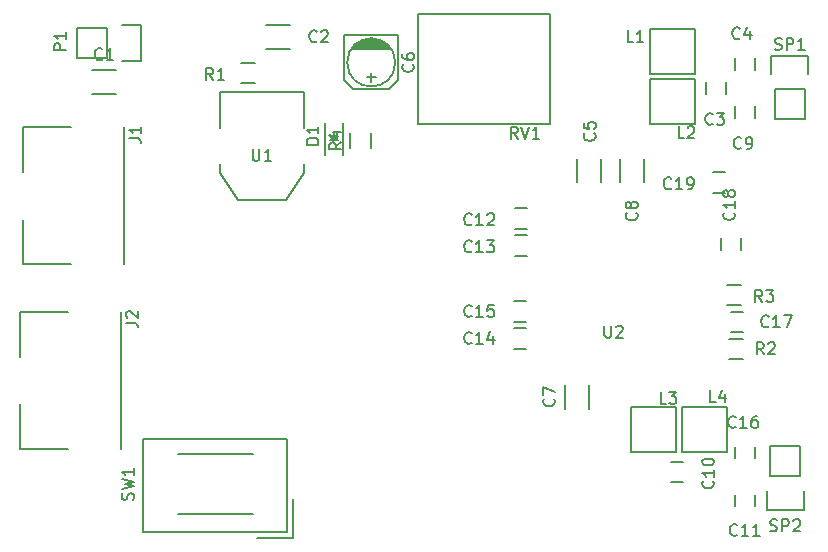
<source format=gbr>
G04 #@! TF.FileFunction,Legend,Top*
%FSLAX46Y46*%
G04 Gerber Fmt 4.6, Leading zero omitted, Abs format (unit mm)*
G04 Created by KiCad (PCBNEW 4.0.1-2.201512121406+6195~38~ubuntu14.04.1-stable) date Sun 03 Jul 2016 07:38:07 PM CEST*
%MOMM*%
G01*
G04 APERTURE LIST*
%ADD10C,0.100000*%
%ADD11C,0.150000*%
%ADD12C,0.127000*%
G04 APERTURE END LIST*
D10*
D11*
X102727000Y-87240000D02*
X100727000Y-87240000D01*
X100727000Y-89290000D02*
X102727000Y-89290000D01*
X115459000Y-85480000D02*
X117459000Y-85480000D01*
X117459000Y-83430000D02*
X115459000Y-83430000D01*
X152693000Y-88273000D02*
X152693000Y-89273000D01*
X154393000Y-89273000D02*
X154393000Y-88273000D01*
X156806000Y-87241000D02*
X156806000Y-86241000D01*
X155106000Y-86241000D02*
X155106000Y-87241000D01*
X143773000Y-96758000D02*
X143773000Y-94758000D01*
X141723000Y-94758000D02*
X141723000Y-96758000D01*
X124333000Y-88265000D02*
X124333000Y-87503000D01*
X124714000Y-87884000D02*
X123952000Y-87884000D01*
X122047000Y-88138000D02*
X122047000Y-84328000D01*
X125857000Y-88900000D02*
X122809000Y-88900000D01*
X122047000Y-88138000D02*
X122809000Y-88900000D01*
X126619000Y-88138000D02*
X126619000Y-84328000D01*
X126619000Y-88138000D02*
X125857000Y-88900000D01*
X124206000Y-84582000D02*
X124460000Y-84582000D01*
X124968000Y-84709000D02*
X123698000Y-84709000D01*
X123444000Y-84836000D02*
X125222000Y-84836000D01*
X123190000Y-84963000D02*
X125476000Y-84963000D01*
X125603000Y-85090000D02*
X123063000Y-85090000D01*
X122936000Y-85217000D02*
X125730000Y-85217000D01*
X125857000Y-85344000D02*
X122809000Y-85344000D01*
X125984000Y-85471000D02*
X122682000Y-85471000D01*
X126619000Y-84328000D02*
X122047000Y-84328000D01*
X126365000Y-86614000D02*
G75*
G03X126365000Y-86614000I-2032000J0D01*
G01*
X140707000Y-113935000D02*
X140707000Y-115935000D01*
X142757000Y-115935000D02*
X142757000Y-113935000D01*
X147456000Y-96758000D02*
X147456000Y-94758000D01*
X145406000Y-94758000D02*
X145406000Y-96758000D01*
X155106000Y-90305000D02*
X155106000Y-91305000D01*
X156806000Y-91305000D02*
X156806000Y-90305000D01*
X149741000Y-122135000D02*
X150741000Y-122135000D01*
X150741000Y-120435000D02*
X149741000Y-120435000D01*
X156806000Y-124198000D02*
X156806000Y-123198000D01*
X155106000Y-123198000D02*
X155106000Y-124198000D01*
X136533000Y-100672000D02*
X137533000Y-100672000D01*
X137533000Y-98972000D02*
X136533000Y-98972000D01*
X136533000Y-102958000D02*
X137533000Y-102958000D01*
X137533000Y-101258000D02*
X136533000Y-101258000D01*
X136406000Y-110832000D02*
X137406000Y-110832000D01*
X137406000Y-109132000D02*
X136406000Y-109132000D01*
X136406000Y-108546000D02*
X137406000Y-108546000D01*
X137406000Y-106846000D02*
X136406000Y-106846000D01*
X155106000Y-119134000D02*
X155106000Y-120134000D01*
X156806000Y-120134000D02*
X156806000Y-119134000D01*
X155821000Y-107735000D02*
X154821000Y-107735000D01*
X154821000Y-109435000D02*
X155821000Y-109435000D01*
X155663000Y-102481000D02*
X155663000Y-101481000D01*
X153963000Y-101481000D02*
X153963000Y-102481000D01*
X153297000Y-97624000D02*
X154297000Y-97624000D01*
X154297000Y-95924000D02*
X153297000Y-95924000D01*
D12*
X147955000Y-83820000D02*
X151765000Y-83820000D01*
X151765000Y-83820000D02*
X151765000Y-87630000D01*
X151765000Y-87630000D02*
X147955000Y-87630000D01*
X147955000Y-87630000D02*
X147955000Y-83820000D01*
X151765000Y-91821000D02*
X147955000Y-91821000D01*
X147955000Y-91821000D02*
X147955000Y-88011000D01*
X147955000Y-88011000D02*
X151765000Y-88011000D01*
X151765000Y-88011000D02*
X151765000Y-91821000D01*
X146304000Y-119634000D02*
X146304000Y-115824000D01*
X146304000Y-115824000D02*
X150114000Y-115824000D01*
X150114000Y-115824000D02*
X150114000Y-119634000D01*
X150114000Y-119634000D02*
X146304000Y-119634000D01*
X154432000Y-115824000D02*
X154432000Y-119634000D01*
X154432000Y-119634000D02*
X150622000Y-119634000D01*
X150622000Y-119634000D02*
X150622000Y-115824000D01*
X150622000Y-115824000D02*
X154432000Y-115824000D01*
D11*
X101981000Y-86233000D02*
X99441000Y-86233000D01*
X104801000Y-86513000D02*
X103251000Y-86513000D01*
X101981000Y-86233000D02*
X101981000Y-83693000D01*
X103251000Y-83413000D02*
X104801000Y-83413000D01*
X104801000Y-83413000D02*
X104801000Y-86513000D01*
X101981000Y-83693000D02*
X99441000Y-83693000D01*
X99441000Y-83693000D02*
X99441000Y-86233000D01*
X113319000Y-86628000D02*
X114519000Y-86628000D01*
X114519000Y-88378000D02*
X113319000Y-88378000D01*
X154594000Y-109996000D02*
X155794000Y-109996000D01*
X155794000Y-111746000D02*
X154594000Y-111746000D01*
X155667000Y-107174000D02*
X154467000Y-107174000D01*
X154467000Y-105424000D02*
X155667000Y-105424000D01*
D12*
X128258000Y-91806000D02*
X139458000Y-91806000D01*
X139458000Y-91806000D02*
X139458000Y-82506000D01*
X139458000Y-82506000D02*
X128258000Y-82506000D01*
X128258000Y-82506000D02*
X128258000Y-91806000D01*
D11*
X161036000Y-88900000D02*
X161036000Y-91440000D01*
X161316000Y-86080000D02*
X161316000Y-87630000D01*
X161036000Y-88900000D02*
X158496000Y-88900000D01*
X158216000Y-87630000D02*
X158216000Y-86080000D01*
X158216000Y-86080000D02*
X161316000Y-86080000D01*
X158496000Y-88900000D02*
X158496000Y-91440000D01*
X158496000Y-91440000D02*
X161036000Y-91440000D01*
X158115000Y-121666000D02*
X158115000Y-119126000D01*
X157835000Y-124486000D02*
X157835000Y-122936000D01*
X158115000Y-121666000D02*
X160655000Y-121666000D01*
X160935000Y-122936000D02*
X160935000Y-124486000D01*
X160935000Y-124486000D02*
X157835000Y-124486000D01*
X160655000Y-121666000D02*
X160655000Y-119126000D01*
X160655000Y-119126000D02*
X158115000Y-119126000D01*
D12*
X114300000Y-119761000D02*
X107950000Y-119761000D01*
X114300000Y-124841000D02*
X107950000Y-124841000D01*
D11*
X117729000Y-123571000D02*
X117729000Y-126873000D01*
X117729000Y-126873000D02*
X114681000Y-126873000D01*
X117221000Y-118491000D02*
X117221000Y-126365000D01*
X117221000Y-126365000D02*
X105029000Y-126365000D01*
X105029000Y-126365000D02*
X105029000Y-118491000D01*
X105029000Y-118491000D02*
X117221000Y-118491000D01*
X118618000Y-92202000D02*
X118618000Y-89154000D01*
X118618000Y-89154000D02*
X111506000Y-89154000D01*
X111506000Y-89154000D02*
X111506000Y-92202000D01*
X118618000Y-95250000D02*
X118618000Y-96012000D01*
X118618000Y-96012000D02*
X117094000Y-98298000D01*
X117094000Y-98298000D02*
X113030000Y-98298000D01*
X113030000Y-98298000D02*
X111506000Y-96012000D01*
X111506000Y-96012000D02*
X111506000Y-95250000D01*
X121908000Y-94437000D02*
X121908000Y-91737000D01*
X120408000Y-94437000D02*
X120408000Y-91737000D01*
X121308000Y-92937000D02*
X121058000Y-92937000D01*
X121058000Y-92937000D02*
X121208000Y-93087000D01*
X120808000Y-93187000D02*
X121508000Y-93187000D01*
X121158000Y-92837000D02*
X121158000Y-92487000D01*
X121158000Y-93187000D02*
X120808000Y-92837000D01*
X120808000Y-92837000D02*
X121508000Y-92837000D01*
X121508000Y-92837000D02*
X121158000Y-93187000D01*
X124319000Y-92618000D02*
X124319000Y-93818000D01*
X122569000Y-93818000D02*
X122569000Y-92618000D01*
D12*
X94893000Y-95917000D02*
X94893000Y-92117000D01*
X94893000Y-103717000D02*
X94893000Y-99917000D01*
X98893000Y-103717000D02*
X94893000Y-103717000D01*
X103393000Y-103717000D02*
X103393000Y-92117000D01*
X98893000Y-92117000D02*
X94893000Y-92117000D01*
X94639000Y-111538000D02*
X94639000Y-107738000D01*
X94639000Y-119338000D02*
X94639000Y-115538000D01*
X98639000Y-119338000D02*
X94639000Y-119338000D01*
X103139000Y-119338000D02*
X103139000Y-107738000D01*
X98639000Y-107738000D02*
X94639000Y-107738000D01*
D11*
X101560334Y-86322143D02*
X101512715Y-86369762D01*
X101369858Y-86417381D01*
X101274620Y-86417381D01*
X101131762Y-86369762D01*
X101036524Y-86274524D01*
X100988905Y-86179286D01*
X100941286Y-85988810D01*
X100941286Y-85845952D01*
X100988905Y-85655476D01*
X101036524Y-85560238D01*
X101131762Y-85465000D01*
X101274620Y-85417381D01*
X101369858Y-85417381D01*
X101512715Y-85465000D01*
X101560334Y-85512619D01*
X102512715Y-86417381D02*
X101941286Y-86417381D01*
X102227000Y-86417381D02*
X102227000Y-85417381D01*
X102131762Y-85560238D01*
X102036524Y-85655476D01*
X101941286Y-85703095D01*
X119721334Y-84812143D02*
X119673715Y-84859762D01*
X119530858Y-84907381D01*
X119435620Y-84907381D01*
X119292762Y-84859762D01*
X119197524Y-84764524D01*
X119149905Y-84669286D01*
X119102286Y-84478810D01*
X119102286Y-84335952D01*
X119149905Y-84145476D01*
X119197524Y-84050238D01*
X119292762Y-83955000D01*
X119435620Y-83907381D01*
X119530858Y-83907381D01*
X119673715Y-83955000D01*
X119721334Y-84002619D01*
X120102286Y-84002619D02*
X120149905Y-83955000D01*
X120245143Y-83907381D01*
X120483239Y-83907381D01*
X120578477Y-83955000D01*
X120626096Y-84002619D01*
X120673715Y-84097857D01*
X120673715Y-84193095D01*
X120626096Y-84335952D01*
X120054667Y-84907381D01*
X120673715Y-84907381D01*
X153249334Y-91797143D02*
X153201715Y-91844762D01*
X153058858Y-91892381D01*
X152963620Y-91892381D01*
X152820762Y-91844762D01*
X152725524Y-91749524D01*
X152677905Y-91654286D01*
X152630286Y-91463810D01*
X152630286Y-91320952D01*
X152677905Y-91130476D01*
X152725524Y-91035238D01*
X152820762Y-90940000D01*
X152963620Y-90892381D01*
X153058858Y-90892381D01*
X153201715Y-90940000D01*
X153249334Y-90987619D01*
X153582667Y-90892381D02*
X154201715Y-90892381D01*
X153868381Y-91273333D01*
X154011239Y-91273333D01*
X154106477Y-91320952D01*
X154154096Y-91368571D01*
X154201715Y-91463810D01*
X154201715Y-91701905D01*
X154154096Y-91797143D01*
X154106477Y-91844762D01*
X154011239Y-91892381D01*
X153725524Y-91892381D01*
X153630286Y-91844762D01*
X153582667Y-91797143D01*
X155535334Y-84558143D02*
X155487715Y-84605762D01*
X155344858Y-84653381D01*
X155249620Y-84653381D01*
X155106762Y-84605762D01*
X155011524Y-84510524D01*
X154963905Y-84415286D01*
X154916286Y-84224810D01*
X154916286Y-84081952D01*
X154963905Y-83891476D01*
X155011524Y-83796238D01*
X155106762Y-83701000D01*
X155249620Y-83653381D01*
X155344858Y-83653381D01*
X155487715Y-83701000D01*
X155535334Y-83748619D01*
X156392477Y-83986714D02*
X156392477Y-84653381D01*
X156154381Y-83605762D02*
X155916286Y-84320048D01*
X156535334Y-84320048D01*
X143232143Y-92622666D02*
X143279762Y-92670285D01*
X143327381Y-92813142D01*
X143327381Y-92908380D01*
X143279762Y-93051238D01*
X143184524Y-93146476D01*
X143089286Y-93194095D01*
X142898810Y-93241714D01*
X142755952Y-93241714D01*
X142565476Y-93194095D01*
X142470238Y-93146476D01*
X142375000Y-93051238D01*
X142327381Y-92908380D01*
X142327381Y-92813142D01*
X142375000Y-92670285D01*
X142422619Y-92622666D01*
X142327381Y-91717904D02*
X142327381Y-92194095D01*
X142803571Y-92241714D01*
X142755952Y-92194095D01*
X142708333Y-92098857D01*
X142708333Y-91860761D01*
X142755952Y-91765523D01*
X142803571Y-91717904D01*
X142898810Y-91670285D01*
X143136905Y-91670285D01*
X143232143Y-91717904D01*
X143279762Y-91765523D01*
X143327381Y-91860761D01*
X143327381Y-92098857D01*
X143279762Y-92194095D01*
X143232143Y-92241714D01*
X127865143Y-86780666D02*
X127912762Y-86828285D01*
X127960381Y-86971142D01*
X127960381Y-87066380D01*
X127912762Y-87209238D01*
X127817524Y-87304476D01*
X127722286Y-87352095D01*
X127531810Y-87399714D01*
X127388952Y-87399714D01*
X127198476Y-87352095D01*
X127103238Y-87304476D01*
X127008000Y-87209238D01*
X126960381Y-87066380D01*
X126960381Y-86971142D01*
X127008000Y-86828285D01*
X127055619Y-86780666D01*
X126960381Y-85923523D02*
X126960381Y-86114000D01*
X127008000Y-86209238D01*
X127055619Y-86256857D01*
X127198476Y-86352095D01*
X127388952Y-86399714D01*
X127769905Y-86399714D01*
X127865143Y-86352095D01*
X127912762Y-86304476D01*
X127960381Y-86209238D01*
X127960381Y-86018761D01*
X127912762Y-85923523D01*
X127865143Y-85875904D01*
X127769905Y-85828285D01*
X127531810Y-85828285D01*
X127436571Y-85875904D01*
X127388952Y-85923523D01*
X127341333Y-86018761D01*
X127341333Y-86209238D01*
X127388952Y-86304476D01*
X127436571Y-86352095D01*
X127531810Y-86399714D01*
X139789143Y-115101666D02*
X139836762Y-115149285D01*
X139884381Y-115292142D01*
X139884381Y-115387380D01*
X139836762Y-115530238D01*
X139741524Y-115625476D01*
X139646286Y-115673095D01*
X139455810Y-115720714D01*
X139312952Y-115720714D01*
X139122476Y-115673095D01*
X139027238Y-115625476D01*
X138932000Y-115530238D01*
X138884381Y-115387380D01*
X138884381Y-115292142D01*
X138932000Y-115149285D01*
X138979619Y-115101666D01*
X138884381Y-114768333D02*
X138884381Y-114101666D01*
X139884381Y-114530238D01*
X146788143Y-99353666D02*
X146835762Y-99401285D01*
X146883381Y-99544142D01*
X146883381Y-99639380D01*
X146835762Y-99782238D01*
X146740524Y-99877476D01*
X146645286Y-99925095D01*
X146454810Y-99972714D01*
X146311952Y-99972714D01*
X146121476Y-99925095D01*
X146026238Y-99877476D01*
X145931000Y-99782238D01*
X145883381Y-99639380D01*
X145883381Y-99544142D01*
X145931000Y-99401285D01*
X145978619Y-99353666D01*
X146311952Y-98782238D02*
X146264333Y-98877476D01*
X146216714Y-98925095D01*
X146121476Y-98972714D01*
X146073857Y-98972714D01*
X145978619Y-98925095D01*
X145931000Y-98877476D01*
X145883381Y-98782238D01*
X145883381Y-98591761D01*
X145931000Y-98496523D01*
X145978619Y-98448904D01*
X146073857Y-98401285D01*
X146121476Y-98401285D01*
X146216714Y-98448904D01*
X146264333Y-98496523D01*
X146311952Y-98591761D01*
X146311952Y-98782238D01*
X146359571Y-98877476D01*
X146407190Y-98925095D01*
X146502429Y-98972714D01*
X146692905Y-98972714D01*
X146788143Y-98925095D01*
X146835762Y-98877476D01*
X146883381Y-98782238D01*
X146883381Y-98591761D01*
X146835762Y-98496523D01*
X146788143Y-98448904D01*
X146692905Y-98401285D01*
X146502429Y-98401285D01*
X146407190Y-98448904D01*
X146359571Y-98496523D01*
X146311952Y-98591761D01*
X155662334Y-93829143D02*
X155614715Y-93876762D01*
X155471858Y-93924381D01*
X155376620Y-93924381D01*
X155233762Y-93876762D01*
X155138524Y-93781524D01*
X155090905Y-93686286D01*
X155043286Y-93495810D01*
X155043286Y-93352952D01*
X155090905Y-93162476D01*
X155138524Y-93067238D01*
X155233762Y-92972000D01*
X155376620Y-92924381D01*
X155471858Y-92924381D01*
X155614715Y-92972000D01*
X155662334Y-93019619D01*
X156138524Y-93924381D02*
X156329000Y-93924381D01*
X156424239Y-93876762D01*
X156471858Y-93829143D01*
X156567096Y-93686286D01*
X156614715Y-93495810D01*
X156614715Y-93114857D01*
X156567096Y-93019619D01*
X156519477Y-92972000D01*
X156424239Y-92924381D01*
X156233762Y-92924381D01*
X156138524Y-92972000D01*
X156090905Y-93019619D01*
X156043286Y-93114857D01*
X156043286Y-93352952D01*
X156090905Y-93448190D01*
X156138524Y-93495810D01*
X156233762Y-93543429D01*
X156424239Y-93543429D01*
X156519477Y-93495810D01*
X156567096Y-93448190D01*
X156614715Y-93352952D01*
X153265143Y-122054857D02*
X153312762Y-122102476D01*
X153360381Y-122245333D01*
X153360381Y-122340571D01*
X153312762Y-122483429D01*
X153217524Y-122578667D01*
X153122286Y-122626286D01*
X152931810Y-122673905D01*
X152788952Y-122673905D01*
X152598476Y-122626286D01*
X152503238Y-122578667D01*
X152408000Y-122483429D01*
X152360381Y-122340571D01*
X152360381Y-122245333D01*
X152408000Y-122102476D01*
X152455619Y-122054857D01*
X153360381Y-121102476D02*
X153360381Y-121673905D01*
X153360381Y-121388191D02*
X152360381Y-121388191D01*
X152503238Y-121483429D01*
X152598476Y-121578667D01*
X152646095Y-121673905D01*
X152360381Y-120483429D02*
X152360381Y-120388190D01*
X152408000Y-120292952D01*
X152455619Y-120245333D01*
X152550857Y-120197714D01*
X152741333Y-120150095D01*
X152979429Y-120150095D01*
X153169905Y-120197714D01*
X153265143Y-120245333D01*
X153312762Y-120292952D01*
X153360381Y-120388190D01*
X153360381Y-120483429D01*
X153312762Y-120578667D01*
X153265143Y-120626286D01*
X153169905Y-120673905D01*
X152979429Y-120721524D01*
X152741333Y-120721524D01*
X152550857Y-120673905D01*
X152455619Y-120626286D01*
X152408000Y-120578667D01*
X152360381Y-120483429D01*
X155313143Y-126595143D02*
X155265524Y-126642762D01*
X155122667Y-126690381D01*
X155027429Y-126690381D01*
X154884571Y-126642762D01*
X154789333Y-126547524D01*
X154741714Y-126452286D01*
X154694095Y-126261810D01*
X154694095Y-126118952D01*
X154741714Y-125928476D01*
X154789333Y-125833238D01*
X154884571Y-125738000D01*
X155027429Y-125690381D01*
X155122667Y-125690381D01*
X155265524Y-125738000D01*
X155313143Y-125785619D01*
X156265524Y-126690381D02*
X155694095Y-126690381D01*
X155979809Y-126690381D02*
X155979809Y-125690381D01*
X155884571Y-125833238D01*
X155789333Y-125928476D01*
X155694095Y-125976095D01*
X157217905Y-126690381D02*
X156646476Y-126690381D01*
X156932190Y-126690381D02*
X156932190Y-125690381D01*
X156836952Y-125833238D01*
X156741714Y-125928476D01*
X156646476Y-125976095D01*
X132834143Y-100306143D02*
X132786524Y-100353762D01*
X132643667Y-100401381D01*
X132548429Y-100401381D01*
X132405571Y-100353762D01*
X132310333Y-100258524D01*
X132262714Y-100163286D01*
X132215095Y-99972810D01*
X132215095Y-99829952D01*
X132262714Y-99639476D01*
X132310333Y-99544238D01*
X132405571Y-99449000D01*
X132548429Y-99401381D01*
X132643667Y-99401381D01*
X132786524Y-99449000D01*
X132834143Y-99496619D01*
X133786524Y-100401381D02*
X133215095Y-100401381D01*
X133500809Y-100401381D02*
X133500809Y-99401381D01*
X133405571Y-99544238D01*
X133310333Y-99639476D01*
X133215095Y-99687095D01*
X134167476Y-99496619D02*
X134215095Y-99449000D01*
X134310333Y-99401381D01*
X134548429Y-99401381D01*
X134643667Y-99449000D01*
X134691286Y-99496619D01*
X134738905Y-99591857D01*
X134738905Y-99687095D01*
X134691286Y-99829952D01*
X134119857Y-100401381D01*
X134738905Y-100401381D01*
X132834143Y-102592143D02*
X132786524Y-102639762D01*
X132643667Y-102687381D01*
X132548429Y-102687381D01*
X132405571Y-102639762D01*
X132310333Y-102544524D01*
X132262714Y-102449286D01*
X132215095Y-102258810D01*
X132215095Y-102115952D01*
X132262714Y-101925476D01*
X132310333Y-101830238D01*
X132405571Y-101735000D01*
X132548429Y-101687381D01*
X132643667Y-101687381D01*
X132786524Y-101735000D01*
X132834143Y-101782619D01*
X133786524Y-102687381D02*
X133215095Y-102687381D01*
X133500809Y-102687381D02*
X133500809Y-101687381D01*
X133405571Y-101830238D01*
X133310333Y-101925476D01*
X133215095Y-101973095D01*
X134119857Y-101687381D02*
X134738905Y-101687381D01*
X134405571Y-102068333D01*
X134548429Y-102068333D01*
X134643667Y-102115952D01*
X134691286Y-102163571D01*
X134738905Y-102258810D01*
X134738905Y-102496905D01*
X134691286Y-102592143D01*
X134643667Y-102639762D01*
X134548429Y-102687381D01*
X134262714Y-102687381D01*
X134167476Y-102639762D01*
X134119857Y-102592143D01*
X132834143Y-110339143D02*
X132786524Y-110386762D01*
X132643667Y-110434381D01*
X132548429Y-110434381D01*
X132405571Y-110386762D01*
X132310333Y-110291524D01*
X132262714Y-110196286D01*
X132215095Y-110005810D01*
X132215095Y-109862952D01*
X132262714Y-109672476D01*
X132310333Y-109577238D01*
X132405571Y-109482000D01*
X132548429Y-109434381D01*
X132643667Y-109434381D01*
X132786524Y-109482000D01*
X132834143Y-109529619D01*
X133786524Y-110434381D02*
X133215095Y-110434381D01*
X133500809Y-110434381D02*
X133500809Y-109434381D01*
X133405571Y-109577238D01*
X133310333Y-109672476D01*
X133215095Y-109720095D01*
X134643667Y-109767714D02*
X134643667Y-110434381D01*
X134405571Y-109386762D02*
X134167476Y-110101048D01*
X134786524Y-110101048D01*
X132834143Y-108053143D02*
X132786524Y-108100762D01*
X132643667Y-108148381D01*
X132548429Y-108148381D01*
X132405571Y-108100762D01*
X132310333Y-108005524D01*
X132262714Y-107910286D01*
X132215095Y-107719810D01*
X132215095Y-107576952D01*
X132262714Y-107386476D01*
X132310333Y-107291238D01*
X132405571Y-107196000D01*
X132548429Y-107148381D01*
X132643667Y-107148381D01*
X132786524Y-107196000D01*
X132834143Y-107243619D01*
X133786524Y-108148381D02*
X133215095Y-108148381D01*
X133500809Y-108148381D02*
X133500809Y-107148381D01*
X133405571Y-107291238D01*
X133310333Y-107386476D01*
X133215095Y-107434095D01*
X134691286Y-107148381D02*
X134215095Y-107148381D01*
X134167476Y-107624571D01*
X134215095Y-107576952D01*
X134310333Y-107529333D01*
X134548429Y-107529333D01*
X134643667Y-107576952D01*
X134691286Y-107624571D01*
X134738905Y-107719810D01*
X134738905Y-107957905D01*
X134691286Y-108053143D01*
X134643667Y-108100762D01*
X134548429Y-108148381D01*
X134310333Y-108148381D01*
X134215095Y-108100762D01*
X134167476Y-108053143D01*
X155186143Y-117451143D02*
X155138524Y-117498762D01*
X154995667Y-117546381D01*
X154900429Y-117546381D01*
X154757571Y-117498762D01*
X154662333Y-117403524D01*
X154614714Y-117308286D01*
X154567095Y-117117810D01*
X154567095Y-116974952D01*
X154614714Y-116784476D01*
X154662333Y-116689238D01*
X154757571Y-116594000D01*
X154900429Y-116546381D01*
X154995667Y-116546381D01*
X155138524Y-116594000D01*
X155186143Y-116641619D01*
X156138524Y-117546381D02*
X155567095Y-117546381D01*
X155852809Y-117546381D02*
X155852809Y-116546381D01*
X155757571Y-116689238D01*
X155662333Y-116784476D01*
X155567095Y-116832095D01*
X156995667Y-116546381D02*
X156805190Y-116546381D01*
X156709952Y-116594000D01*
X156662333Y-116641619D01*
X156567095Y-116784476D01*
X156519476Y-116974952D01*
X156519476Y-117355905D01*
X156567095Y-117451143D01*
X156614714Y-117498762D01*
X156709952Y-117546381D01*
X156900429Y-117546381D01*
X156995667Y-117498762D01*
X157043286Y-117451143D01*
X157090905Y-117355905D01*
X157090905Y-117117810D01*
X157043286Y-117022571D01*
X156995667Y-116974952D01*
X156900429Y-116927333D01*
X156709952Y-116927333D01*
X156614714Y-116974952D01*
X156567095Y-117022571D01*
X156519476Y-117117810D01*
X157980143Y-108942143D02*
X157932524Y-108989762D01*
X157789667Y-109037381D01*
X157694429Y-109037381D01*
X157551571Y-108989762D01*
X157456333Y-108894524D01*
X157408714Y-108799286D01*
X157361095Y-108608810D01*
X157361095Y-108465952D01*
X157408714Y-108275476D01*
X157456333Y-108180238D01*
X157551571Y-108085000D01*
X157694429Y-108037381D01*
X157789667Y-108037381D01*
X157932524Y-108085000D01*
X157980143Y-108132619D01*
X158932524Y-109037381D02*
X158361095Y-109037381D01*
X158646809Y-109037381D02*
X158646809Y-108037381D01*
X158551571Y-108180238D01*
X158456333Y-108275476D01*
X158361095Y-108323095D01*
X159265857Y-108037381D02*
X159932524Y-108037381D01*
X159503952Y-109037381D01*
X155043143Y-99321857D02*
X155090762Y-99369476D01*
X155138381Y-99512333D01*
X155138381Y-99607571D01*
X155090762Y-99750429D01*
X154995524Y-99845667D01*
X154900286Y-99893286D01*
X154709810Y-99940905D01*
X154566952Y-99940905D01*
X154376476Y-99893286D01*
X154281238Y-99845667D01*
X154186000Y-99750429D01*
X154138381Y-99607571D01*
X154138381Y-99512333D01*
X154186000Y-99369476D01*
X154233619Y-99321857D01*
X155138381Y-98369476D02*
X155138381Y-98940905D01*
X155138381Y-98655191D02*
X154138381Y-98655191D01*
X154281238Y-98750429D01*
X154376476Y-98845667D01*
X154424095Y-98940905D01*
X154566952Y-97798048D02*
X154519333Y-97893286D01*
X154471714Y-97940905D01*
X154376476Y-97988524D01*
X154328857Y-97988524D01*
X154233619Y-97940905D01*
X154186000Y-97893286D01*
X154138381Y-97798048D01*
X154138381Y-97607571D01*
X154186000Y-97512333D01*
X154233619Y-97464714D01*
X154328857Y-97417095D01*
X154376476Y-97417095D01*
X154471714Y-97464714D01*
X154519333Y-97512333D01*
X154566952Y-97607571D01*
X154566952Y-97798048D01*
X154614571Y-97893286D01*
X154662190Y-97940905D01*
X154757429Y-97988524D01*
X154947905Y-97988524D01*
X155043143Y-97940905D01*
X155090762Y-97893286D01*
X155138381Y-97798048D01*
X155138381Y-97607571D01*
X155090762Y-97512333D01*
X155043143Y-97464714D01*
X154947905Y-97417095D01*
X154757429Y-97417095D01*
X154662190Y-97464714D01*
X154614571Y-97512333D01*
X154566952Y-97607571D01*
X149725143Y-97258143D02*
X149677524Y-97305762D01*
X149534667Y-97353381D01*
X149439429Y-97353381D01*
X149296571Y-97305762D01*
X149201333Y-97210524D01*
X149153714Y-97115286D01*
X149106095Y-96924810D01*
X149106095Y-96781952D01*
X149153714Y-96591476D01*
X149201333Y-96496238D01*
X149296571Y-96401000D01*
X149439429Y-96353381D01*
X149534667Y-96353381D01*
X149677524Y-96401000D01*
X149725143Y-96448619D01*
X150677524Y-97353381D02*
X150106095Y-97353381D01*
X150391809Y-97353381D02*
X150391809Y-96353381D01*
X150296571Y-96496238D01*
X150201333Y-96591476D01*
X150106095Y-96639095D01*
X151153714Y-97353381D02*
X151344190Y-97353381D01*
X151439429Y-97305762D01*
X151487048Y-97258143D01*
X151582286Y-97115286D01*
X151629905Y-96924810D01*
X151629905Y-96543857D01*
X151582286Y-96448619D01*
X151534667Y-96401000D01*
X151439429Y-96353381D01*
X151248952Y-96353381D01*
X151153714Y-96401000D01*
X151106095Y-96448619D01*
X151058476Y-96543857D01*
X151058476Y-96781952D01*
X151106095Y-96877190D01*
X151153714Y-96924810D01*
X151248952Y-96972429D01*
X151439429Y-96972429D01*
X151534667Y-96924810D01*
X151582286Y-96877190D01*
X151629905Y-96781952D01*
X146518334Y-84907381D02*
X146042143Y-84907381D01*
X146042143Y-83907381D01*
X147375477Y-84907381D02*
X146804048Y-84907381D01*
X147089762Y-84907381D02*
X147089762Y-83907381D01*
X146994524Y-84050238D01*
X146899286Y-84145476D01*
X146804048Y-84193095D01*
X150836334Y-93035381D02*
X150360143Y-93035381D01*
X150360143Y-92035381D01*
X151122048Y-92130619D02*
X151169667Y-92083000D01*
X151264905Y-92035381D01*
X151503001Y-92035381D01*
X151598239Y-92083000D01*
X151645858Y-92130619D01*
X151693477Y-92225857D01*
X151693477Y-92321095D01*
X151645858Y-92463952D01*
X151074429Y-93035381D01*
X151693477Y-93035381D01*
X149312334Y-115514381D02*
X148836143Y-115514381D01*
X148836143Y-114514381D01*
X149550429Y-114514381D02*
X150169477Y-114514381D01*
X149836143Y-114895333D01*
X149979001Y-114895333D01*
X150074239Y-114942952D01*
X150121858Y-114990571D01*
X150169477Y-115085810D01*
X150169477Y-115323905D01*
X150121858Y-115419143D01*
X150074239Y-115466762D01*
X149979001Y-115514381D01*
X149693286Y-115514381D01*
X149598048Y-115466762D01*
X149550429Y-115419143D01*
X153503334Y-115387381D02*
X153027143Y-115387381D01*
X153027143Y-114387381D01*
X154265239Y-114720714D02*
X154265239Y-115387381D01*
X154027143Y-114339762D02*
X153789048Y-115054048D01*
X154408096Y-115054048D01*
X98496381Y-85574095D02*
X97496381Y-85574095D01*
X97496381Y-85193142D01*
X97544000Y-85097904D01*
X97591619Y-85050285D01*
X97686857Y-85002666D01*
X97829714Y-85002666D01*
X97924952Y-85050285D01*
X97972571Y-85097904D01*
X98020190Y-85193142D01*
X98020190Y-85574095D01*
X98496381Y-84050285D02*
X98496381Y-84621714D01*
X98496381Y-84336000D02*
X97496381Y-84336000D01*
X97639238Y-84431238D01*
X97734476Y-84526476D01*
X97782095Y-84621714D01*
X110958334Y-88082381D02*
X110625000Y-87606190D01*
X110386905Y-88082381D02*
X110386905Y-87082381D01*
X110767858Y-87082381D01*
X110863096Y-87130000D01*
X110910715Y-87177619D01*
X110958334Y-87272857D01*
X110958334Y-87415714D01*
X110910715Y-87510952D01*
X110863096Y-87558571D01*
X110767858Y-87606190D01*
X110386905Y-87606190D01*
X111910715Y-88082381D02*
X111339286Y-88082381D01*
X111625000Y-88082381D02*
X111625000Y-87082381D01*
X111529762Y-87225238D01*
X111434524Y-87320476D01*
X111339286Y-87368095D01*
X157567334Y-111323381D02*
X157234000Y-110847190D01*
X156995905Y-111323381D02*
X156995905Y-110323381D01*
X157376858Y-110323381D01*
X157472096Y-110371000D01*
X157519715Y-110418619D01*
X157567334Y-110513857D01*
X157567334Y-110656714D01*
X157519715Y-110751952D01*
X157472096Y-110799571D01*
X157376858Y-110847190D01*
X156995905Y-110847190D01*
X157948286Y-110418619D02*
X157995905Y-110371000D01*
X158091143Y-110323381D01*
X158329239Y-110323381D01*
X158424477Y-110371000D01*
X158472096Y-110418619D01*
X158519715Y-110513857D01*
X158519715Y-110609095D01*
X158472096Y-110751952D01*
X157900667Y-111323381D01*
X158519715Y-111323381D01*
X157440334Y-106878381D02*
X157107000Y-106402190D01*
X156868905Y-106878381D02*
X156868905Y-105878381D01*
X157249858Y-105878381D01*
X157345096Y-105926000D01*
X157392715Y-105973619D01*
X157440334Y-106068857D01*
X157440334Y-106211714D01*
X157392715Y-106306952D01*
X157345096Y-106354571D01*
X157249858Y-106402190D01*
X156868905Y-106402190D01*
X157773667Y-105878381D02*
X158392715Y-105878381D01*
X158059381Y-106259333D01*
X158202239Y-106259333D01*
X158297477Y-106306952D01*
X158345096Y-106354571D01*
X158392715Y-106449810D01*
X158392715Y-106687905D01*
X158345096Y-106783143D01*
X158297477Y-106830762D01*
X158202239Y-106878381D01*
X157916524Y-106878381D01*
X157821286Y-106830762D01*
X157773667Y-106783143D01*
X136762762Y-93058381D02*
X136429428Y-92582190D01*
X136191333Y-93058381D02*
X136191333Y-92058381D01*
X136572286Y-92058381D01*
X136667524Y-92106000D01*
X136715143Y-92153619D01*
X136762762Y-92248857D01*
X136762762Y-92391714D01*
X136715143Y-92486952D01*
X136667524Y-92534571D01*
X136572286Y-92582190D01*
X136191333Y-92582190D01*
X137048476Y-92058381D02*
X137381809Y-93058381D01*
X137715143Y-92058381D01*
X138572286Y-93058381D02*
X138000857Y-93058381D01*
X138286571Y-93058381D02*
X138286571Y-92058381D01*
X138191333Y-92201238D01*
X138096095Y-92296476D01*
X138000857Y-92344095D01*
X158504095Y-85494762D02*
X158646952Y-85542381D01*
X158885048Y-85542381D01*
X158980286Y-85494762D01*
X159027905Y-85447143D01*
X159075524Y-85351905D01*
X159075524Y-85256667D01*
X159027905Y-85161429D01*
X158980286Y-85113810D01*
X158885048Y-85066190D01*
X158694571Y-85018571D01*
X158599333Y-84970952D01*
X158551714Y-84923333D01*
X158504095Y-84828095D01*
X158504095Y-84732857D01*
X158551714Y-84637619D01*
X158599333Y-84590000D01*
X158694571Y-84542381D01*
X158932667Y-84542381D01*
X159075524Y-84590000D01*
X159504095Y-85542381D02*
X159504095Y-84542381D01*
X159885048Y-84542381D01*
X159980286Y-84590000D01*
X160027905Y-84637619D01*
X160075524Y-84732857D01*
X160075524Y-84875714D01*
X160027905Y-84970952D01*
X159980286Y-85018571D01*
X159885048Y-85066190D01*
X159504095Y-85066190D01*
X161027905Y-85542381D02*
X160456476Y-85542381D01*
X160742190Y-85542381D02*
X160742190Y-84542381D01*
X160646952Y-84685238D01*
X160551714Y-84780476D01*
X160456476Y-84828095D01*
X158123095Y-126261762D02*
X158265952Y-126309381D01*
X158504048Y-126309381D01*
X158599286Y-126261762D01*
X158646905Y-126214143D01*
X158694524Y-126118905D01*
X158694524Y-126023667D01*
X158646905Y-125928429D01*
X158599286Y-125880810D01*
X158504048Y-125833190D01*
X158313571Y-125785571D01*
X158218333Y-125737952D01*
X158170714Y-125690333D01*
X158123095Y-125595095D01*
X158123095Y-125499857D01*
X158170714Y-125404619D01*
X158218333Y-125357000D01*
X158313571Y-125309381D01*
X158551667Y-125309381D01*
X158694524Y-125357000D01*
X159123095Y-126309381D02*
X159123095Y-125309381D01*
X159504048Y-125309381D01*
X159599286Y-125357000D01*
X159646905Y-125404619D01*
X159694524Y-125499857D01*
X159694524Y-125642714D01*
X159646905Y-125737952D01*
X159599286Y-125785571D01*
X159504048Y-125833190D01*
X159123095Y-125833190D01*
X160075476Y-125404619D02*
X160123095Y-125357000D01*
X160218333Y-125309381D01*
X160456429Y-125309381D01*
X160551667Y-125357000D01*
X160599286Y-125404619D01*
X160646905Y-125499857D01*
X160646905Y-125595095D01*
X160599286Y-125737952D01*
X160027857Y-126309381D01*
X160646905Y-126309381D01*
X104163762Y-123634333D02*
X104211381Y-123491476D01*
X104211381Y-123253380D01*
X104163762Y-123158142D01*
X104116143Y-123110523D01*
X104020905Y-123062904D01*
X103925667Y-123062904D01*
X103830429Y-123110523D01*
X103782810Y-123158142D01*
X103735190Y-123253380D01*
X103687571Y-123443857D01*
X103639952Y-123539095D01*
X103592333Y-123586714D01*
X103497095Y-123634333D01*
X103401857Y-123634333D01*
X103306619Y-123586714D01*
X103259000Y-123539095D01*
X103211381Y-123443857D01*
X103211381Y-123205761D01*
X103259000Y-123062904D01*
X103211381Y-122729571D02*
X104211381Y-122491476D01*
X103497095Y-122300999D01*
X104211381Y-122110523D01*
X103211381Y-121872428D01*
X104211381Y-120967666D02*
X104211381Y-121539095D01*
X104211381Y-121253381D02*
X103211381Y-121253381D01*
X103354238Y-121348619D01*
X103449476Y-121443857D01*
X103497095Y-121539095D01*
X114300095Y-93940381D02*
X114300095Y-94749905D01*
X114347714Y-94845143D01*
X114395333Y-94892762D01*
X114490571Y-94940381D01*
X114681048Y-94940381D01*
X114776286Y-94892762D01*
X114823905Y-94845143D01*
X114871524Y-94749905D01*
X114871524Y-93940381D01*
X115871524Y-94940381D02*
X115300095Y-94940381D01*
X115585809Y-94940381D02*
X115585809Y-93940381D01*
X115490571Y-94083238D01*
X115395333Y-94178476D01*
X115300095Y-94226095D01*
X119860381Y-93575095D02*
X118860381Y-93575095D01*
X118860381Y-93337000D01*
X118908000Y-93194142D01*
X119003238Y-93098904D01*
X119098476Y-93051285D01*
X119288952Y-93003666D01*
X119431810Y-93003666D01*
X119622286Y-93051285D01*
X119717524Y-93098904D01*
X119812762Y-93194142D01*
X119860381Y-93337000D01*
X119860381Y-93575095D01*
X119860381Y-92051285D02*
X119860381Y-92622714D01*
X119860381Y-92337000D02*
X118860381Y-92337000D01*
X119003238Y-92432238D01*
X119098476Y-92527476D01*
X119146095Y-92622714D01*
X121796381Y-93384666D02*
X121320190Y-93718000D01*
X121796381Y-93956095D02*
X120796381Y-93956095D01*
X120796381Y-93575142D01*
X120844000Y-93479904D01*
X120891619Y-93432285D01*
X120986857Y-93384666D01*
X121129714Y-93384666D01*
X121224952Y-93432285D01*
X121272571Y-93479904D01*
X121320190Y-93575142D01*
X121320190Y-93956095D01*
X121129714Y-92527523D02*
X121796381Y-92527523D01*
X120748762Y-92765619D02*
X121463048Y-93003714D01*
X121463048Y-92384666D01*
X103846381Y-93043333D02*
X104560667Y-93043333D01*
X104703524Y-93090953D01*
X104798762Y-93186191D01*
X104846381Y-93329048D01*
X104846381Y-93424286D01*
X104846381Y-92043333D02*
X104846381Y-92614762D01*
X104846381Y-92329048D02*
X103846381Y-92329048D01*
X103989238Y-92424286D01*
X104084476Y-92519524D01*
X104132095Y-92614762D01*
X103592381Y-108664333D02*
X104306667Y-108664333D01*
X104449524Y-108711953D01*
X104544762Y-108807191D01*
X104592381Y-108950048D01*
X104592381Y-109045286D01*
X103687619Y-108235762D02*
X103640000Y-108188143D01*
X103592381Y-108092905D01*
X103592381Y-107854809D01*
X103640000Y-107759571D01*
X103687619Y-107711952D01*
X103782857Y-107664333D01*
X103878095Y-107664333D01*
X104020952Y-107711952D01*
X104592381Y-108283381D01*
X104592381Y-107664333D01*
X144076095Y-108900381D02*
X144076095Y-109709905D01*
X144123714Y-109805143D01*
X144171333Y-109852762D01*
X144266571Y-109900381D01*
X144457048Y-109900381D01*
X144552286Y-109852762D01*
X144599905Y-109805143D01*
X144647524Y-109709905D01*
X144647524Y-108900381D01*
X145076095Y-108995619D02*
X145123714Y-108948000D01*
X145218952Y-108900381D01*
X145457048Y-108900381D01*
X145552286Y-108948000D01*
X145599905Y-108995619D01*
X145647524Y-109090857D01*
X145647524Y-109186095D01*
X145599905Y-109328952D01*
X145028476Y-109900381D01*
X145647524Y-109900381D01*
M02*

</source>
